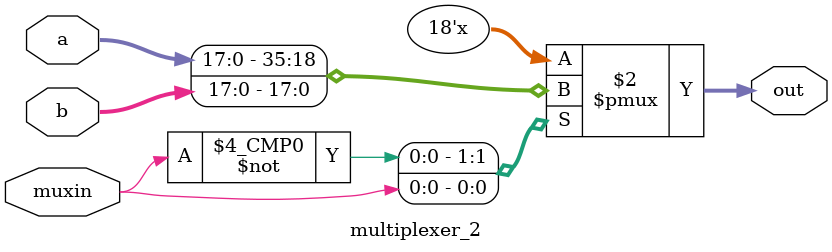
<source format=v>
`timescale 1ns / 1ps


module multiplexer_2(input wire muxin, input wire[17:0] a, input wire[17:0] b, output reg[17:0] out);
    always @(*)begin
        case (muxin)
            0: out = a;
            1: out = b;
        endcase
    end
endmodule

</source>
